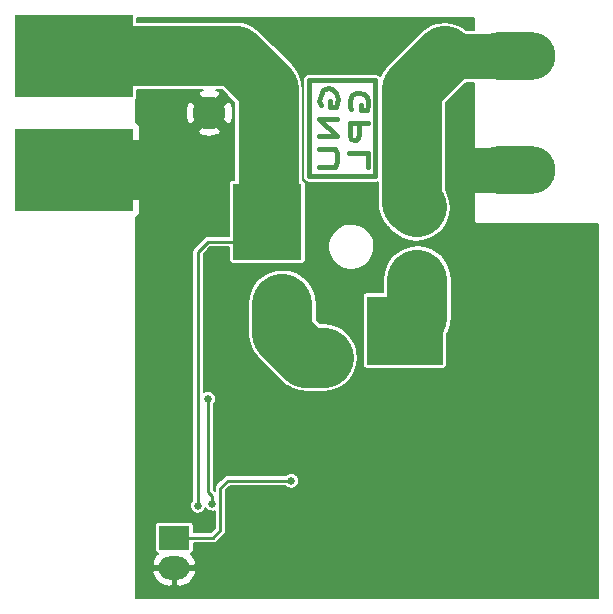
<source format=gbl>
G04 #@! TF.FileFunction,Copper,L2,Bot,Signal*
%FSLAX46Y46*%
G04 Gerber Fmt 4.6, Leading zero omitted, Abs format (unit mm)*
G04 Created by KiCad (PCBNEW 4.0.7-e2-6376~58~ubuntu16.04.1) date Mon Nov  6 12:00:07 2017*
%MOMM*%
%LPD*%
G01*
G04 APERTURE LIST*
%ADD10C,0.100000*%
%ADD11C,0.381000*%
%ADD12R,1.575000X1.960000*%
%ADD13R,6.400000X5.800000*%
%ADD14R,3.050000X2.750000*%
%ADD15R,1.100000X1.200000*%
%ADD16R,5.800000X6.400000*%
%ADD17R,2.750000X3.050000*%
%ADD18R,1.200000X1.100000*%
%ADD19R,10.000000X7.000000*%
%ADD20O,6.850000X4.050000*%
%ADD21R,2.794000X2.794000*%
%ADD22C,2.794000*%
%ADD23R,2.600000X2.000000*%
%ADD24O,2.600000X2.000000*%
%ADD25C,0.635000*%
%ADD26C,3.810000*%
%ADD27C,5.080000*%
%ADD28C,0.254000*%
%ADD29C,0.203200*%
G04 APERTURE END LIST*
D10*
D11*
X151429720Y-92905580D02*
X153029920Y-92905580D01*
X153029920Y-92905580D02*
X153029920Y-94104460D01*
X153029920Y-90406220D02*
X151528780Y-90406220D01*
X151528780Y-90406220D02*
X151528780Y-91305380D01*
X151528780Y-91305380D02*
X151528780Y-91506040D01*
X151528780Y-91506040D02*
X151630380Y-91704160D01*
X151630380Y-91704160D02*
X151831040Y-91805760D01*
X151831040Y-91805760D02*
X152029160Y-91805760D01*
X152029160Y-91805760D02*
X152229820Y-91605100D01*
X152229820Y-91605100D02*
X152328880Y-91305380D01*
X152328880Y-91305380D02*
X152328880Y-90406220D01*
X151630380Y-89204800D02*
X151528780Y-89004140D01*
X151528780Y-89004140D02*
X151528780Y-88503760D01*
X151528780Y-88503760D02*
X151630380Y-88204040D01*
X151630380Y-88204040D02*
X151729440Y-88005920D01*
X151729440Y-88005920D02*
X152029160Y-87805260D01*
X152029160Y-87805260D02*
X152328880Y-87805260D01*
X152328880Y-87805260D02*
X152730200Y-87904320D01*
X152730200Y-87904320D02*
X152930860Y-88204040D01*
X152930860Y-88204040D02*
X153029920Y-88503760D01*
X153029920Y-88503760D02*
X153029920Y-88806020D01*
X153029920Y-88806020D02*
X152930860Y-89303860D01*
X152930860Y-89303860D02*
X152430480Y-89303860D01*
X152430480Y-89303860D02*
X152430480Y-88806020D01*
X148930360Y-92605860D02*
X150230840Y-92605860D01*
X150230840Y-92605860D02*
X150428960Y-92905580D01*
X150428960Y-92905580D02*
X150428960Y-93205300D01*
X150428960Y-93205300D02*
X150428960Y-93604080D01*
X150428960Y-93604080D02*
X150329900Y-93903800D01*
X150329900Y-93903800D02*
X150230840Y-94104460D01*
X150230840Y-94104460D02*
X148930360Y-94104460D01*
X150428960Y-90004900D02*
X148930360Y-90004900D01*
X148930360Y-90004900D02*
X150428960Y-91506040D01*
X150428960Y-91506040D02*
X148930360Y-91506040D01*
X149029420Y-88806020D02*
X148930360Y-88503760D01*
X148930360Y-88503760D02*
X149029420Y-88005920D01*
X149029420Y-88005920D02*
X149230080Y-87604600D01*
X149230080Y-87604600D02*
X149628860Y-87403940D01*
X149628860Y-87403940D02*
X150030180Y-87505540D01*
X150030180Y-87505540D02*
X150329900Y-87805260D01*
X150329900Y-87805260D02*
X150530560Y-88305640D01*
X150530560Y-88305640D02*
X150329900Y-89004140D01*
X150329900Y-89004140D02*
X149829520Y-89004140D01*
X149829520Y-89004140D02*
X149829520Y-88503760D01*
X148082000Y-86741000D02*
X148082000Y-94869000D01*
X148082000Y-94869000D02*
X153670000Y-94869000D01*
X153670000Y-94869000D02*
X153670000Y-86741000D01*
X153670000Y-86741000D02*
X148082000Y-86741000D01*
D12*
X158011000Y-98124000D03*
X156438500Y-98124000D03*
X158013500Y-103044000D03*
X156438500Y-103044000D03*
D13*
X156160000Y-107944000D03*
D14*
X157835000Y-109469000D03*
X154485000Y-106419000D03*
X157835000Y-106419000D03*
X154485000Y-109469000D03*
D15*
X149310000Y-110224000D03*
X150410000Y-110224000D03*
D16*
X144526000Y-98738000D03*
D17*
X146051000Y-97063000D03*
X143001000Y-100413000D03*
X143001000Y-97063000D03*
X146051000Y-100413000D03*
D18*
X146806000Y-104488000D03*
X146806000Y-105588000D03*
D19*
X128130800Y-84683600D03*
X128130800Y-94335600D03*
D20*
X165473000Y-84709000D03*
X165473000Y-94352000D03*
D21*
X144627600Y-89509600D03*
D22*
X139627600Y-89509600D03*
D23*
X136652000Y-125476000D03*
D24*
X136652000Y-128016000D03*
D25*
X138644080Y-122774123D03*
X146558000Y-120650000D03*
X139870420Y-122583529D03*
X139512636Y-113714234D03*
D26*
X165473000Y-84709000D02*
X159546628Y-84709000D01*
D27*
X156768790Y-87486838D02*
X159546628Y-84709000D01*
X156768790Y-97114577D02*
X156768790Y-87486838D01*
X157159526Y-97505313D02*
X156768790Y-97114577D01*
D26*
X165973000Y-94361000D02*
X161800543Y-94361000D01*
D27*
X132130800Y-94335600D02*
X133705600Y-94335600D01*
D28*
X138644080Y-122774123D02*
X138644080Y-101273039D01*
X138644080Y-101273039D02*
X139504119Y-100413000D01*
X139504119Y-100413000D02*
X143001000Y-100413000D01*
D27*
X132130800Y-84683600D02*
X141857403Y-84683600D01*
X141857403Y-84683600D02*
X144627600Y-87453797D01*
X144627600Y-87453797D02*
X144627600Y-89509600D01*
X144627600Y-89509600D02*
X144627600Y-98636400D01*
X157226000Y-106878000D02*
X156160000Y-107944000D01*
X157226000Y-103622549D02*
X157226000Y-106878000D01*
X149310000Y-110224000D02*
X147782238Y-110224000D01*
X147782238Y-110224000D02*
X145796000Y-108237762D01*
X145796000Y-108237762D02*
X145796000Y-105664000D01*
D28*
X146558000Y-120650000D02*
X141176048Y-120650000D01*
X141176048Y-120650000D02*
X140560327Y-121265721D01*
X140560327Y-121265721D02*
X140560327Y-124855681D01*
X140560327Y-124855681D02*
X139933425Y-125482583D01*
X139933425Y-125482583D02*
X136658583Y-125482583D01*
X136658583Y-125482583D02*
X136652000Y-125476000D01*
X139512636Y-113714234D02*
X139512636Y-121609793D01*
X139512636Y-121609793D02*
X139872234Y-121969391D01*
X139872234Y-121969391D02*
X139872234Y-122581715D01*
X139872234Y-122581715D02*
X139870420Y-122583529D01*
D29*
G36*
X162002400Y-82448400D02*
X161335381Y-82448400D01*
X161174197Y-82314106D01*
X160678029Y-82043586D01*
X160138767Y-81874592D01*
X159576950Y-81813559D01*
X159013978Y-81862813D01*
X158471295Y-82020477D01*
X157969571Y-82280546D01*
X157527917Y-82633114D01*
X157499129Y-82661502D01*
X154721292Y-85439340D01*
X154551515Y-85646029D01*
X154379591Y-85850920D01*
X154372257Y-85864260D01*
X154362591Y-85876028D01*
X154236194Y-86111759D01*
X154107342Y-86346140D01*
X154102737Y-86360655D01*
X154095543Y-86374073D01*
X154089157Y-86394962D01*
X154060174Y-86358914D01*
X154058708Y-86357684D01*
X154057497Y-86356199D01*
X154017868Y-86323415D01*
X153978528Y-86290406D01*
X153976851Y-86289484D01*
X153975375Y-86288263D01*
X153930213Y-86263844D01*
X153885132Y-86239060D01*
X153883303Y-86238480D01*
X153881622Y-86237571D01*
X153832561Y-86222384D01*
X153783541Y-86206834D01*
X153781640Y-86206621D01*
X153779809Y-86206054D01*
X153728675Y-86200679D01*
X153677625Y-86194953D01*
X153673950Y-86194927D01*
X153673812Y-86194913D01*
X153673674Y-86194926D01*
X153670000Y-86194900D01*
X148082000Y-86194900D01*
X148030848Y-86199915D01*
X147979671Y-86204573D01*
X147977836Y-86205113D01*
X147975929Y-86205300D01*
X147926672Y-86220171D01*
X147877427Y-86234665D01*
X147875733Y-86235551D01*
X147873897Y-86236105D01*
X147828497Y-86260245D01*
X147782976Y-86284043D01*
X147781483Y-86285243D01*
X147779793Y-86286142D01*
X147739964Y-86318625D01*
X147699914Y-86350826D01*
X147698684Y-86352292D01*
X147697199Y-86353503D01*
X147664415Y-86393132D01*
X147631406Y-86432472D01*
X147630484Y-86434149D01*
X147629263Y-86435625D01*
X147604844Y-86480787D01*
X147580060Y-86525868D01*
X147579480Y-86527697D01*
X147578571Y-86529378D01*
X147563384Y-86578439D01*
X147547834Y-86627459D01*
X147547621Y-86629360D01*
X147547054Y-86631191D01*
X147541679Y-86682325D01*
X147535953Y-86733375D01*
X147535927Y-86737050D01*
X147535913Y-86737188D01*
X147535926Y-86737326D01*
X147535900Y-86741000D01*
X147535900Y-94869000D01*
X147540915Y-94920152D01*
X147545573Y-94971329D01*
X147546113Y-94973164D01*
X147546300Y-94975071D01*
X147561171Y-95024328D01*
X147575665Y-95073573D01*
X147576551Y-95075267D01*
X147577105Y-95077103D01*
X147601245Y-95122503D01*
X147625043Y-95168024D01*
X147626243Y-95169517D01*
X147627142Y-95171207D01*
X147659625Y-95211036D01*
X147691826Y-95251086D01*
X147693292Y-95252316D01*
X147694503Y-95253801D01*
X147734132Y-95286585D01*
X147773472Y-95319594D01*
X147775149Y-95320516D01*
X147776625Y-95321737D01*
X147821787Y-95346156D01*
X147866868Y-95370940D01*
X147868697Y-95371520D01*
X147870378Y-95372429D01*
X147919439Y-95387616D01*
X147968459Y-95403166D01*
X147970360Y-95403379D01*
X147972191Y-95403946D01*
X148023325Y-95409321D01*
X148074375Y-95415047D01*
X148078050Y-95415073D01*
X148078188Y-95415087D01*
X148078326Y-95415074D01*
X148082000Y-95415100D01*
X153670000Y-95415100D01*
X153721152Y-95410085D01*
X153772329Y-95405427D01*
X153774164Y-95404887D01*
X153776071Y-95404700D01*
X153825328Y-95389829D01*
X153873190Y-95375742D01*
X153873190Y-97114577D01*
X153899290Y-97380772D01*
X153922602Y-97647227D01*
X153926850Y-97661850D01*
X153928336Y-97677002D01*
X154005640Y-97933044D01*
X154080267Y-98189910D01*
X154087274Y-98203429D01*
X154091675Y-98218004D01*
X154217255Y-98454187D01*
X154340336Y-98691634D01*
X154349833Y-98703531D01*
X154356983Y-98716978D01*
X154526048Y-98924271D01*
X154692903Y-99133288D01*
X154713799Y-99154476D01*
X154714157Y-99154916D01*
X154714564Y-99155253D01*
X154721292Y-99162075D01*
X155112027Y-99552811D01*
X155548716Y-99911512D01*
X156046760Y-100178560D01*
X156587189Y-100343787D01*
X157149419Y-100400895D01*
X157712032Y-100347712D01*
X158253602Y-100186264D01*
X158753498Y-99922698D01*
X159192680Y-99567055D01*
X159554420Y-99132882D01*
X159824940Y-98636714D01*
X159993934Y-98097452D01*
X160054967Y-97535635D01*
X160005713Y-96972663D01*
X159848049Y-96429980D01*
X159664390Y-96075666D01*
X159664390Y-88686234D01*
X161381025Y-86969600D01*
X162002400Y-86969600D01*
X162002400Y-92303000D01*
X162002506Y-92304081D01*
X162002410Y-92304994D01*
X162010027Y-92388686D01*
X162033755Y-92469306D01*
X162072689Y-92543781D01*
X162109781Y-92589914D01*
X162102294Y-92596819D01*
X161797742Y-93015010D01*
X161580627Y-93484581D01*
X161499035Y-93790024D01*
X161595483Y-94199600D01*
X162331400Y-94199600D01*
X162331400Y-94504400D01*
X161595483Y-94504400D01*
X161499035Y-94913976D01*
X161580627Y-95219419D01*
X161797742Y-95688990D01*
X162097710Y-96100886D01*
X162077706Y-96124725D01*
X162076978Y-96126049D01*
X162076016Y-96127212D01*
X162056759Y-96162828D01*
X162037220Y-96198369D01*
X162036763Y-96199810D01*
X162036046Y-96201136D01*
X162024071Y-96239821D01*
X162011810Y-96278473D01*
X162011642Y-96279973D01*
X162011195Y-96281416D01*
X162006954Y-96321767D01*
X162002442Y-96361988D01*
X162002422Y-96364882D01*
X162002410Y-96364994D01*
X162002420Y-96365106D01*
X162002400Y-96368000D01*
X162002400Y-98526000D01*
X162006348Y-98566268D01*
X162010027Y-98606686D01*
X162010454Y-98608136D01*
X162010601Y-98609637D01*
X162022320Y-98648454D01*
X162033755Y-98687306D01*
X162034453Y-98688641D01*
X162034890Y-98690089D01*
X162053919Y-98725878D01*
X162072689Y-98761781D01*
X162073637Y-98762960D01*
X162074344Y-98764290D01*
X162099911Y-98795638D01*
X162125348Y-98827275D01*
X162126506Y-98828247D01*
X162127459Y-98829415D01*
X162158643Y-98855213D01*
X162189725Y-98881294D01*
X162191049Y-98882022D01*
X162192212Y-98882984D01*
X162227828Y-98902241D01*
X162263369Y-98921780D01*
X162264810Y-98922237D01*
X162266136Y-98922954D01*
X162304821Y-98934929D01*
X162343473Y-98947190D01*
X162344973Y-98947358D01*
X162346416Y-98947805D01*
X162386767Y-98952046D01*
X162426988Y-98956558D01*
X162429882Y-98956578D01*
X162429994Y-98956590D01*
X162430106Y-98956580D01*
X162433000Y-98956600D01*
X172505400Y-98956600D01*
X172505400Y-130595400D01*
X133366600Y-130595400D01*
X133366600Y-128417189D01*
X134793199Y-128417189D01*
X134814555Y-128536902D01*
X134945720Y-128826834D01*
X135130927Y-129085606D01*
X135363059Y-129303273D01*
X135633196Y-129471471D01*
X135930956Y-129583736D01*
X136244896Y-129635754D01*
X136499600Y-129480167D01*
X136499600Y-128168400D01*
X136804400Y-128168400D01*
X136804400Y-129480167D01*
X137059104Y-129635754D01*
X137373044Y-129583736D01*
X137670804Y-129471471D01*
X137940941Y-129303273D01*
X138173073Y-129085606D01*
X138358280Y-128826834D01*
X138489445Y-128536902D01*
X138510801Y-128417189D01*
X138401209Y-128168400D01*
X136804400Y-128168400D01*
X136499600Y-128168400D01*
X134902791Y-128168400D01*
X134793199Y-128417189D01*
X133366600Y-128417189D01*
X133366600Y-98397754D01*
X133419554Y-98375820D01*
X133519398Y-98309107D01*
X133604307Y-98224197D01*
X133671021Y-98124354D01*
X133716973Y-98013413D01*
X133740400Y-97895640D01*
X133740400Y-94640400D01*
X133588000Y-94488000D01*
X129353798Y-94488000D01*
X129364777Y-94367366D01*
X129364504Y-94328339D01*
X129364777Y-94289312D01*
X129364190Y-94283329D01*
X129353666Y-94183200D01*
X133588000Y-94183200D01*
X133740400Y-94030800D01*
X133740400Y-91083241D01*
X138628695Y-91083241D01*
X138795551Y-91346226D01*
X139169847Y-91473260D01*
X139561734Y-91524832D01*
X139956152Y-91498960D01*
X140337943Y-91396638D01*
X140459649Y-91346226D01*
X140626505Y-91083241D01*
X139627600Y-90084336D01*
X138628695Y-91083241D01*
X133740400Y-91083241D01*
X133740400Y-90775560D01*
X133716973Y-90657787D01*
X133671021Y-90546846D01*
X133604307Y-90447003D01*
X133519398Y-90362093D01*
X133419554Y-90295380D01*
X133366600Y-90273446D01*
X133366600Y-89443734D01*
X137612368Y-89443734D01*
X137638240Y-89838152D01*
X137740562Y-90219943D01*
X137790974Y-90341649D01*
X138053959Y-90508505D01*
X139052864Y-89509600D01*
X140202336Y-89509600D01*
X141201241Y-90508505D01*
X141464226Y-90341649D01*
X141591260Y-89967353D01*
X141642832Y-89575466D01*
X141616960Y-89181048D01*
X141514638Y-88799257D01*
X141464226Y-88677551D01*
X141201241Y-88510695D01*
X140202336Y-89509600D01*
X139052864Y-89509600D01*
X138053959Y-88510695D01*
X137790974Y-88677551D01*
X137663940Y-89051847D01*
X137612368Y-89443734D01*
X133366600Y-89443734D01*
X133366600Y-88451885D01*
X133367433Y-88451336D01*
X133432654Y-88374812D01*
X133473973Y-88283147D01*
X133488120Y-88183600D01*
X133488120Y-87579200D01*
X139079052Y-87579200D01*
X138917257Y-87622562D01*
X138795551Y-87672974D01*
X138628695Y-87935959D01*
X139627600Y-88934864D01*
X140626505Y-87935959D01*
X140459649Y-87672974D01*
X140183351Y-87579200D01*
X140658007Y-87579200D01*
X141732000Y-88653194D01*
X141732000Y-95180680D01*
X141626000Y-95180680D01*
X141569372Y-95185196D01*
X141473325Y-95214940D01*
X141389367Y-95270264D01*
X141324146Y-95346788D01*
X141282827Y-95438453D01*
X141268680Y-95538000D01*
X141268680Y-99930400D01*
X139504119Y-99930400D01*
X139459793Y-99934746D01*
X139415344Y-99938635D01*
X139412905Y-99939344D01*
X139410382Y-99939591D01*
X139367706Y-99952476D01*
X139324897Y-99964913D01*
X139322646Y-99966080D01*
X139320214Y-99966814D01*
X139280806Y-99987768D01*
X139241276Y-100008258D01*
X139239295Y-100009839D01*
X139237052Y-100011032D01*
X139202494Y-100039217D01*
X139167667Y-100067019D01*
X139164131Y-100070505D01*
X139164063Y-100070561D01*
X139164011Y-100070624D01*
X139162869Y-100071750D01*
X138302830Y-100931789D01*
X138274535Y-100966236D01*
X138245880Y-101000386D01*
X138244658Y-101002609D01*
X138243047Y-101004570D01*
X138221965Y-101043887D01*
X138200505Y-101082923D01*
X138199739Y-101085339D01*
X138198538Y-101087578D01*
X138185495Y-101130241D01*
X138172026Y-101172701D01*
X138171743Y-101175222D01*
X138171001Y-101177650D01*
X138166496Y-101222005D01*
X138161527Y-101266301D01*
X138161492Y-101271261D01*
X138161483Y-101271354D01*
X138161491Y-101271440D01*
X138161480Y-101273039D01*
X138161480Y-122304585D01*
X138125960Y-122339369D01*
X138051384Y-122448286D01*
X137999383Y-122569613D01*
X137971938Y-122698730D01*
X137970095Y-122830719D01*
X137993924Y-122960552D01*
X138042517Y-123083284D01*
X138114023Y-123194241D01*
X138205720Y-123289195D01*
X138314113Y-123364530D01*
X138435074Y-123417377D01*
X138563997Y-123445722D01*
X138695969Y-123448487D01*
X138825966Y-123425565D01*
X138949034Y-123377830D01*
X139060487Y-123307100D01*
X139156079Y-123216069D01*
X139232169Y-123108204D01*
X139285859Y-122987614D01*
X139297372Y-122936938D01*
X139340363Y-123003647D01*
X139432060Y-123098601D01*
X139540453Y-123173936D01*
X139661414Y-123226783D01*
X139790337Y-123255128D01*
X139922309Y-123257893D01*
X140052306Y-123234971D01*
X140077727Y-123225111D01*
X140077727Y-124655781D01*
X139733525Y-124999983D01*
X138309320Y-124999983D01*
X138309320Y-124476000D01*
X138304804Y-124419372D01*
X138275060Y-124323325D01*
X138219736Y-124239367D01*
X138143212Y-124174146D01*
X138051547Y-124132827D01*
X137952000Y-124118680D01*
X135352000Y-124118680D01*
X135295372Y-124123196D01*
X135199325Y-124152940D01*
X135115367Y-124208264D01*
X135050146Y-124284788D01*
X135008827Y-124376453D01*
X134994680Y-124476000D01*
X134994680Y-126476000D01*
X134999196Y-126532628D01*
X135028940Y-126628675D01*
X135084264Y-126712633D01*
X135160788Y-126777854D01*
X135252453Y-126819173D01*
X135264740Y-126820919D01*
X135130927Y-126946394D01*
X134945720Y-127205166D01*
X134814555Y-127495098D01*
X134793199Y-127614811D01*
X134902791Y-127863600D01*
X136499600Y-127863600D01*
X136499600Y-127843600D01*
X136804400Y-127843600D01*
X136804400Y-127863600D01*
X138401209Y-127863600D01*
X138510801Y-127614811D01*
X138489445Y-127495098D01*
X138358280Y-127205166D01*
X138173073Y-126946394D01*
X138037976Y-126819715D01*
X138104675Y-126799060D01*
X138188633Y-126743736D01*
X138253854Y-126667212D01*
X138295173Y-126575547D01*
X138309320Y-126476000D01*
X138309320Y-125965183D01*
X139933425Y-125965183D01*
X139977751Y-125960837D01*
X140022200Y-125956948D01*
X140024639Y-125956239D01*
X140027162Y-125955992D01*
X140069825Y-125943111D01*
X140112648Y-125930670D01*
X140114900Y-125929503D01*
X140117330Y-125928769D01*
X140156720Y-125907825D01*
X140196268Y-125887325D01*
X140198249Y-125885744D01*
X140200492Y-125884551D01*
X140235050Y-125856366D01*
X140269877Y-125828564D01*
X140273413Y-125825078D01*
X140273481Y-125825022D01*
X140273533Y-125824959D01*
X140274675Y-125823833D01*
X140901577Y-125196931D01*
X140929872Y-125162484D01*
X140958527Y-125128334D01*
X140959749Y-125126111D01*
X140961360Y-125124150D01*
X140982423Y-125084868D01*
X141003902Y-125045797D01*
X141004670Y-125043377D01*
X141005868Y-125041142D01*
X141018902Y-124998512D01*
X141032381Y-124956019D01*
X141032664Y-124953499D01*
X141033406Y-124951071D01*
X141037912Y-124906710D01*
X141042880Y-124862419D01*
X141042915Y-124857459D01*
X141042924Y-124857366D01*
X141042916Y-124857280D01*
X141042927Y-124855681D01*
X141042927Y-121465621D01*
X141375948Y-121132600D01*
X146088282Y-121132600D01*
X146119640Y-121165072D01*
X146228033Y-121240407D01*
X146348994Y-121293254D01*
X146477917Y-121321599D01*
X146609889Y-121324364D01*
X146739886Y-121301442D01*
X146862954Y-121253707D01*
X146974407Y-121182977D01*
X147069999Y-121091946D01*
X147146089Y-120984081D01*
X147199779Y-120863491D01*
X147229024Y-120734770D01*
X147231129Y-120583999D01*
X147205490Y-120454511D01*
X147155188Y-120332470D01*
X147082139Y-120222523D01*
X146989126Y-120128858D01*
X146879692Y-120055044D01*
X146758004Y-120003891D01*
X146628699Y-119977348D01*
X146496700Y-119976427D01*
X146367036Y-120001161D01*
X146244646Y-120050610D01*
X146134192Y-120122889D01*
X146088739Y-120167400D01*
X141176048Y-120167400D01*
X141131722Y-120171746D01*
X141087273Y-120175635D01*
X141084834Y-120176344D01*
X141082311Y-120176591D01*
X141039648Y-120189472D01*
X140996825Y-120201913D01*
X140994573Y-120203080D01*
X140992143Y-120203814D01*
X140952753Y-120224758D01*
X140913205Y-120245258D01*
X140911224Y-120246839D01*
X140908981Y-120248032D01*
X140874423Y-120276217D01*
X140839596Y-120304019D01*
X140836060Y-120307505D01*
X140835992Y-120307561D01*
X140835940Y-120307624D01*
X140834798Y-120308750D01*
X140219077Y-120924471D01*
X140190782Y-120958918D01*
X140162127Y-120993068D01*
X140160905Y-120995291D01*
X140159294Y-120997252D01*
X140138212Y-121036569D01*
X140116752Y-121075605D01*
X140115986Y-121078021D01*
X140114785Y-121080260D01*
X140101742Y-121122923D01*
X140088273Y-121165383D01*
X140087990Y-121167904D01*
X140087248Y-121170332D01*
X140082743Y-121214687D01*
X140077774Y-121258983D01*
X140077739Y-121263943D01*
X140077730Y-121264036D01*
X140077738Y-121264122D01*
X140077727Y-121265721D01*
X140077727Y-121492385D01*
X139995236Y-121409893D01*
X139995236Y-114184176D01*
X140024635Y-114156180D01*
X140100725Y-114048315D01*
X140154415Y-113927725D01*
X140183660Y-113799004D01*
X140185765Y-113648233D01*
X140160126Y-113518745D01*
X140109824Y-113396704D01*
X140036775Y-113286757D01*
X139943762Y-113193092D01*
X139834328Y-113119278D01*
X139712640Y-113068125D01*
X139583335Y-113041582D01*
X139451336Y-113040661D01*
X139321672Y-113065395D01*
X139199282Y-113114844D01*
X139126680Y-113162353D01*
X139126680Y-105664000D01*
X142900400Y-105664000D01*
X142900400Y-108237762D01*
X142926500Y-108503957D01*
X142949812Y-108770412D01*
X142954060Y-108785035D01*
X142955546Y-108800187D01*
X143032850Y-109056229D01*
X143107477Y-109313095D01*
X143114484Y-109326614D01*
X143118885Y-109341189D01*
X143244465Y-109577372D01*
X143367546Y-109814819D01*
X143377043Y-109826716D01*
X143384193Y-109840163D01*
X143553258Y-110047456D01*
X143720113Y-110256473D01*
X143741009Y-110277661D01*
X143741367Y-110278101D01*
X143741774Y-110278438D01*
X143748502Y-110285260D01*
X145734740Y-112271499D01*
X145941459Y-112441300D01*
X146146320Y-112613199D01*
X146159660Y-112620533D01*
X146171428Y-112630199D01*
X146407159Y-112756596D01*
X146641540Y-112885448D01*
X146656055Y-112890053D01*
X146669473Y-112897247D01*
X146925276Y-112975454D01*
X147180209Y-113056324D01*
X147195336Y-113058021D01*
X147209902Y-113062474D01*
X147476062Y-113089510D01*
X147741809Y-113119318D01*
X147771565Y-113119526D01*
X147772131Y-113119583D01*
X147772658Y-113119533D01*
X147782238Y-113119600D01*
X149310000Y-113119600D01*
X149872425Y-113064454D01*
X150413427Y-112901115D01*
X150912401Y-112635807D01*
X151350339Y-112278633D01*
X151710561Y-111843199D01*
X151979347Y-111346090D01*
X152146458Y-110806241D01*
X152205529Y-110244215D01*
X152154311Y-109681419D01*
X151994754Y-109139289D01*
X151732935Y-108638476D01*
X151378827Y-108198055D01*
X150945918Y-107834801D01*
X150450698Y-107562552D01*
X149912029Y-107391676D01*
X149350429Y-107328682D01*
X149310000Y-107328400D01*
X148981635Y-107328400D01*
X148691600Y-107038366D01*
X148691600Y-105664000D01*
X148636454Y-105101575D01*
X148619071Y-105044000D01*
X152602680Y-105044000D01*
X152602680Y-110844000D01*
X152607196Y-110900628D01*
X152636940Y-110996675D01*
X152692264Y-111080633D01*
X152768788Y-111145854D01*
X152860453Y-111187173D01*
X152960000Y-111201320D01*
X159360000Y-111201320D01*
X159416628Y-111196804D01*
X159512675Y-111167060D01*
X159596633Y-111111736D01*
X159661854Y-111035212D01*
X159703173Y-110943547D01*
X159717320Y-110844000D01*
X159717320Y-108330059D01*
X159758596Y-108253079D01*
X159887448Y-108018698D01*
X159892053Y-108004183D01*
X159899247Y-107990765D01*
X159977454Y-107734962D01*
X160058324Y-107480029D01*
X160060021Y-107464902D01*
X160064474Y-107450336D01*
X160091510Y-107184176D01*
X160121318Y-106918429D01*
X160121526Y-106888673D01*
X160121583Y-106888107D01*
X160121533Y-106887580D01*
X160121600Y-106878000D01*
X160121600Y-103622549D01*
X160066454Y-103060124D01*
X159903115Y-102519122D01*
X159637807Y-102020148D01*
X159280633Y-101582210D01*
X158845199Y-101221988D01*
X158348090Y-100953202D01*
X157808241Y-100786091D01*
X157246215Y-100727020D01*
X156683419Y-100778238D01*
X156141289Y-100937795D01*
X155640476Y-101199614D01*
X155200055Y-101553722D01*
X154836801Y-101986631D01*
X154564552Y-102481851D01*
X154393676Y-103020520D01*
X154330682Y-103582120D01*
X154330400Y-103622549D01*
X154330400Y-104686680D01*
X152960000Y-104686680D01*
X152903372Y-104691196D01*
X152807325Y-104720940D01*
X152723367Y-104776264D01*
X152658146Y-104852788D01*
X152616827Y-104944453D01*
X152602680Y-105044000D01*
X148619071Y-105044000D01*
X148473115Y-104560573D01*
X148207807Y-104061599D01*
X147850633Y-103623661D01*
X147415199Y-103263439D01*
X146918090Y-102994653D01*
X146378241Y-102827542D01*
X145816215Y-102768471D01*
X145253419Y-102819689D01*
X144711289Y-102979246D01*
X144210476Y-103241065D01*
X143770055Y-103595173D01*
X143406801Y-104028082D01*
X143134552Y-104523302D01*
X142963676Y-105061971D01*
X142900682Y-105623571D01*
X142900400Y-105664000D01*
X139126680Y-105664000D01*
X139126680Y-101472939D01*
X139704019Y-100895600D01*
X141268680Y-100895600D01*
X141268680Y-101938000D01*
X141273196Y-101994628D01*
X141302940Y-102090675D01*
X141358264Y-102174633D01*
X141434788Y-102239854D01*
X141526453Y-102281173D01*
X141626000Y-102295320D01*
X147426000Y-102295320D01*
X147482628Y-102290804D01*
X147578675Y-102261060D01*
X147662633Y-102205736D01*
X147727854Y-102129212D01*
X147769173Y-102037547D01*
X147783320Y-101938000D01*
X147783320Y-101002432D01*
X149679830Y-101002432D01*
X149749061Y-101379644D01*
X149890242Y-101736226D01*
X150097994Y-102058594D01*
X150364404Y-102334470D01*
X150679326Y-102553346D01*
X151030762Y-102706885D01*
X151405329Y-102789239D01*
X151788758Y-102797270D01*
X152166444Y-102730674D01*
X152524002Y-102591986D01*
X152847813Y-102386490D01*
X153125542Y-102122012D01*
X153346611Y-101808626D01*
X153502600Y-101458270D01*
X153587567Y-101084288D01*
X153593684Y-100646244D01*
X153519192Y-100270035D01*
X153373047Y-99915459D01*
X153160814Y-99596023D01*
X152890578Y-99323894D01*
X152572631Y-99109436D01*
X152219085Y-98960819D01*
X151843405Y-98883703D01*
X151459901Y-98881025D01*
X151083182Y-98952889D01*
X150727595Y-99096555D01*
X150406685Y-99306553D01*
X150132675Y-99574882D01*
X149916003Y-99891324D01*
X149764921Y-100243824D01*
X149685184Y-100618957D01*
X149679830Y-101002432D01*
X147783320Y-101002432D01*
X147783320Y-95538000D01*
X147778804Y-95481372D01*
X147749060Y-95385325D01*
X147693736Y-95301367D01*
X147617212Y-95236146D01*
X147525547Y-95194827D01*
X147523200Y-95194493D01*
X147523200Y-87453797D01*
X147497095Y-87187552D01*
X147473787Y-86921147D01*
X147469540Y-86906529D01*
X147468054Y-86891372D01*
X147390737Y-86635288D01*
X147316123Y-86378464D01*
X147309116Y-86364945D01*
X147304715Y-86350370D01*
X147179135Y-86114187D01*
X147056054Y-85876740D01*
X147046557Y-85864843D01*
X147039407Y-85851396D01*
X146870318Y-85644072D01*
X146703486Y-85435086D01*
X146682589Y-85413895D01*
X146682233Y-85413458D01*
X146681829Y-85413124D01*
X146675098Y-85406298D01*
X143904901Y-82636102D01*
X143698212Y-82466325D01*
X143493321Y-82294401D01*
X143479981Y-82287067D01*
X143468213Y-82277401D01*
X143232482Y-82151004D01*
X142998101Y-82022152D01*
X142983586Y-82017547D01*
X142970168Y-82010353D01*
X142714365Y-81932146D01*
X142459432Y-81851276D01*
X142444305Y-81849579D01*
X142429739Y-81845126D01*
X142163623Y-81818095D01*
X141897832Y-81788282D01*
X141868065Y-81788074D01*
X141867510Y-81788018D01*
X141866993Y-81788067D01*
X141857403Y-81788000D01*
X133488120Y-81788000D01*
X133488120Y-81456600D01*
X162002400Y-81456600D01*
X162002400Y-82448400D01*
X162002400Y-82448400D01*
G37*
X162002400Y-82448400D02*
X161335381Y-82448400D01*
X161174197Y-82314106D01*
X160678029Y-82043586D01*
X160138767Y-81874592D01*
X159576950Y-81813559D01*
X159013978Y-81862813D01*
X158471295Y-82020477D01*
X157969571Y-82280546D01*
X157527917Y-82633114D01*
X157499129Y-82661502D01*
X154721292Y-85439340D01*
X154551515Y-85646029D01*
X154379591Y-85850920D01*
X154372257Y-85864260D01*
X154362591Y-85876028D01*
X154236194Y-86111759D01*
X154107342Y-86346140D01*
X154102737Y-86360655D01*
X154095543Y-86374073D01*
X154089157Y-86394962D01*
X154060174Y-86358914D01*
X154058708Y-86357684D01*
X154057497Y-86356199D01*
X154017868Y-86323415D01*
X153978528Y-86290406D01*
X153976851Y-86289484D01*
X153975375Y-86288263D01*
X153930213Y-86263844D01*
X153885132Y-86239060D01*
X153883303Y-86238480D01*
X153881622Y-86237571D01*
X153832561Y-86222384D01*
X153783541Y-86206834D01*
X153781640Y-86206621D01*
X153779809Y-86206054D01*
X153728675Y-86200679D01*
X153677625Y-86194953D01*
X153673950Y-86194927D01*
X153673812Y-86194913D01*
X153673674Y-86194926D01*
X153670000Y-86194900D01*
X148082000Y-86194900D01*
X148030848Y-86199915D01*
X147979671Y-86204573D01*
X147977836Y-86205113D01*
X147975929Y-86205300D01*
X147926672Y-86220171D01*
X147877427Y-86234665D01*
X147875733Y-86235551D01*
X147873897Y-86236105D01*
X147828497Y-86260245D01*
X147782976Y-86284043D01*
X147781483Y-86285243D01*
X147779793Y-86286142D01*
X147739964Y-86318625D01*
X147699914Y-86350826D01*
X147698684Y-86352292D01*
X147697199Y-86353503D01*
X147664415Y-86393132D01*
X147631406Y-86432472D01*
X147630484Y-86434149D01*
X147629263Y-86435625D01*
X147604844Y-86480787D01*
X147580060Y-86525868D01*
X147579480Y-86527697D01*
X147578571Y-86529378D01*
X147563384Y-86578439D01*
X147547834Y-86627459D01*
X147547621Y-86629360D01*
X147547054Y-86631191D01*
X147541679Y-86682325D01*
X147535953Y-86733375D01*
X147535927Y-86737050D01*
X147535913Y-86737188D01*
X147535926Y-86737326D01*
X147535900Y-86741000D01*
X147535900Y-94869000D01*
X147540915Y-94920152D01*
X147545573Y-94971329D01*
X147546113Y-94973164D01*
X147546300Y-94975071D01*
X147561171Y-95024328D01*
X147575665Y-95073573D01*
X147576551Y-95075267D01*
X147577105Y-95077103D01*
X147601245Y-95122503D01*
X147625043Y-95168024D01*
X147626243Y-95169517D01*
X147627142Y-95171207D01*
X147659625Y-95211036D01*
X147691826Y-95251086D01*
X147693292Y-95252316D01*
X147694503Y-95253801D01*
X147734132Y-95286585D01*
X147773472Y-95319594D01*
X147775149Y-95320516D01*
X147776625Y-95321737D01*
X147821787Y-95346156D01*
X147866868Y-95370940D01*
X147868697Y-95371520D01*
X147870378Y-95372429D01*
X147919439Y-95387616D01*
X147968459Y-95403166D01*
X147970360Y-95403379D01*
X147972191Y-95403946D01*
X148023325Y-95409321D01*
X148074375Y-95415047D01*
X148078050Y-95415073D01*
X148078188Y-95415087D01*
X148078326Y-95415074D01*
X148082000Y-95415100D01*
X153670000Y-95415100D01*
X153721152Y-95410085D01*
X153772329Y-95405427D01*
X153774164Y-95404887D01*
X153776071Y-95404700D01*
X153825328Y-95389829D01*
X153873190Y-95375742D01*
X153873190Y-97114577D01*
X153899290Y-97380772D01*
X153922602Y-97647227D01*
X153926850Y-97661850D01*
X153928336Y-97677002D01*
X154005640Y-97933044D01*
X154080267Y-98189910D01*
X154087274Y-98203429D01*
X154091675Y-98218004D01*
X154217255Y-98454187D01*
X154340336Y-98691634D01*
X154349833Y-98703531D01*
X154356983Y-98716978D01*
X154526048Y-98924271D01*
X154692903Y-99133288D01*
X154713799Y-99154476D01*
X154714157Y-99154916D01*
X154714564Y-99155253D01*
X154721292Y-99162075D01*
X155112027Y-99552811D01*
X155548716Y-99911512D01*
X156046760Y-100178560D01*
X156587189Y-100343787D01*
X157149419Y-100400895D01*
X157712032Y-100347712D01*
X158253602Y-100186264D01*
X158753498Y-99922698D01*
X159192680Y-99567055D01*
X159554420Y-99132882D01*
X159824940Y-98636714D01*
X159993934Y-98097452D01*
X160054967Y-97535635D01*
X160005713Y-96972663D01*
X159848049Y-96429980D01*
X159664390Y-96075666D01*
X159664390Y-88686234D01*
X161381025Y-86969600D01*
X162002400Y-86969600D01*
X162002400Y-92303000D01*
X162002506Y-92304081D01*
X162002410Y-92304994D01*
X162010027Y-92388686D01*
X162033755Y-92469306D01*
X162072689Y-92543781D01*
X162109781Y-92589914D01*
X162102294Y-92596819D01*
X161797742Y-93015010D01*
X161580627Y-93484581D01*
X161499035Y-93790024D01*
X161595483Y-94199600D01*
X162331400Y-94199600D01*
X162331400Y-94504400D01*
X161595483Y-94504400D01*
X161499035Y-94913976D01*
X161580627Y-95219419D01*
X161797742Y-95688990D01*
X162097710Y-96100886D01*
X162077706Y-96124725D01*
X162076978Y-96126049D01*
X162076016Y-96127212D01*
X162056759Y-96162828D01*
X162037220Y-96198369D01*
X162036763Y-96199810D01*
X162036046Y-96201136D01*
X162024071Y-96239821D01*
X162011810Y-96278473D01*
X162011642Y-96279973D01*
X162011195Y-96281416D01*
X162006954Y-96321767D01*
X162002442Y-96361988D01*
X162002422Y-96364882D01*
X162002410Y-96364994D01*
X162002420Y-96365106D01*
X162002400Y-96368000D01*
X162002400Y-98526000D01*
X162006348Y-98566268D01*
X162010027Y-98606686D01*
X162010454Y-98608136D01*
X162010601Y-98609637D01*
X162022320Y-98648454D01*
X162033755Y-98687306D01*
X162034453Y-98688641D01*
X162034890Y-98690089D01*
X162053919Y-98725878D01*
X162072689Y-98761781D01*
X162073637Y-98762960D01*
X162074344Y-98764290D01*
X162099911Y-98795638D01*
X162125348Y-98827275D01*
X162126506Y-98828247D01*
X162127459Y-98829415D01*
X162158643Y-98855213D01*
X162189725Y-98881294D01*
X162191049Y-98882022D01*
X162192212Y-98882984D01*
X162227828Y-98902241D01*
X162263369Y-98921780D01*
X162264810Y-98922237D01*
X162266136Y-98922954D01*
X162304821Y-98934929D01*
X162343473Y-98947190D01*
X162344973Y-98947358D01*
X162346416Y-98947805D01*
X162386767Y-98952046D01*
X162426988Y-98956558D01*
X162429882Y-98956578D01*
X162429994Y-98956590D01*
X162430106Y-98956580D01*
X162433000Y-98956600D01*
X172505400Y-98956600D01*
X172505400Y-130595400D01*
X133366600Y-130595400D01*
X133366600Y-128417189D01*
X134793199Y-128417189D01*
X134814555Y-128536902D01*
X134945720Y-128826834D01*
X135130927Y-129085606D01*
X135363059Y-129303273D01*
X135633196Y-129471471D01*
X135930956Y-129583736D01*
X136244896Y-129635754D01*
X136499600Y-129480167D01*
X136499600Y-128168400D01*
X136804400Y-128168400D01*
X136804400Y-129480167D01*
X137059104Y-129635754D01*
X137373044Y-129583736D01*
X137670804Y-129471471D01*
X137940941Y-129303273D01*
X138173073Y-129085606D01*
X138358280Y-128826834D01*
X138489445Y-128536902D01*
X138510801Y-128417189D01*
X138401209Y-128168400D01*
X136804400Y-128168400D01*
X136499600Y-128168400D01*
X134902791Y-128168400D01*
X134793199Y-128417189D01*
X133366600Y-128417189D01*
X133366600Y-98397754D01*
X133419554Y-98375820D01*
X133519398Y-98309107D01*
X133604307Y-98224197D01*
X133671021Y-98124354D01*
X133716973Y-98013413D01*
X133740400Y-97895640D01*
X133740400Y-94640400D01*
X133588000Y-94488000D01*
X129353798Y-94488000D01*
X129364777Y-94367366D01*
X129364504Y-94328339D01*
X129364777Y-94289312D01*
X129364190Y-94283329D01*
X129353666Y-94183200D01*
X133588000Y-94183200D01*
X133740400Y-94030800D01*
X133740400Y-91083241D01*
X138628695Y-91083241D01*
X138795551Y-91346226D01*
X139169847Y-91473260D01*
X139561734Y-91524832D01*
X139956152Y-91498960D01*
X140337943Y-91396638D01*
X140459649Y-91346226D01*
X140626505Y-91083241D01*
X139627600Y-90084336D01*
X138628695Y-91083241D01*
X133740400Y-91083241D01*
X133740400Y-90775560D01*
X133716973Y-90657787D01*
X133671021Y-90546846D01*
X133604307Y-90447003D01*
X133519398Y-90362093D01*
X133419554Y-90295380D01*
X133366600Y-90273446D01*
X133366600Y-89443734D01*
X137612368Y-89443734D01*
X137638240Y-89838152D01*
X137740562Y-90219943D01*
X137790974Y-90341649D01*
X138053959Y-90508505D01*
X139052864Y-89509600D01*
X140202336Y-89509600D01*
X141201241Y-90508505D01*
X141464226Y-90341649D01*
X141591260Y-89967353D01*
X141642832Y-89575466D01*
X141616960Y-89181048D01*
X141514638Y-88799257D01*
X141464226Y-88677551D01*
X141201241Y-88510695D01*
X140202336Y-89509600D01*
X139052864Y-89509600D01*
X138053959Y-88510695D01*
X137790974Y-88677551D01*
X137663940Y-89051847D01*
X137612368Y-89443734D01*
X133366600Y-89443734D01*
X133366600Y-88451885D01*
X133367433Y-88451336D01*
X133432654Y-88374812D01*
X133473973Y-88283147D01*
X133488120Y-88183600D01*
X133488120Y-87579200D01*
X139079052Y-87579200D01*
X138917257Y-87622562D01*
X138795551Y-87672974D01*
X138628695Y-87935959D01*
X139627600Y-88934864D01*
X140626505Y-87935959D01*
X140459649Y-87672974D01*
X140183351Y-87579200D01*
X140658007Y-87579200D01*
X141732000Y-88653194D01*
X141732000Y-95180680D01*
X141626000Y-95180680D01*
X141569372Y-95185196D01*
X141473325Y-95214940D01*
X141389367Y-95270264D01*
X141324146Y-95346788D01*
X141282827Y-95438453D01*
X141268680Y-95538000D01*
X141268680Y-99930400D01*
X139504119Y-99930400D01*
X139459793Y-99934746D01*
X139415344Y-99938635D01*
X139412905Y-99939344D01*
X139410382Y-99939591D01*
X139367706Y-99952476D01*
X139324897Y-99964913D01*
X139322646Y-99966080D01*
X139320214Y-99966814D01*
X139280806Y-99987768D01*
X139241276Y-100008258D01*
X139239295Y-100009839D01*
X139237052Y-100011032D01*
X139202494Y-100039217D01*
X139167667Y-100067019D01*
X139164131Y-100070505D01*
X139164063Y-100070561D01*
X139164011Y-100070624D01*
X139162869Y-100071750D01*
X138302830Y-100931789D01*
X138274535Y-100966236D01*
X138245880Y-101000386D01*
X138244658Y-101002609D01*
X138243047Y-101004570D01*
X138221965Y-101043887D01*
X138200505Y-101082923D01*
X138199739Y-101085339D01*
X138198538Y-101087578D01*
X138185495Y-101130241D01*
X138172026Y-101172701D01*
X138171743Y-101175222D01*
X138171001Y-101177650D01*
X138166496Y-101222005D01*
X138161527Y-101266301D01*
X138161492Y-101271261D01*
X138161483Y-101271354D01*
X138161491Y-101271440D01*
X138161480Y-101273039D01*
X138161480Y-122304585D01*
X138125960Y-122339369D01*
X138051384Y-122448286D01*
X137999383Y-122569613D01*
X137971938Y-122698730D01*
X137970095Y-122830719D01*
X137993924Y-122960552D01*
X138042517Y-123083284D01*
X138114023Y-123194241D01*
X138205720Y-123289195D01*
X138314113Y-123364530D01*
X138435074Y-123417377D01*
X138563997Y-123445722D01*
X138695969Y-123448487D01*
X138825966Y-123425565D01*
X138949034Y-123377830D01*
X139060487Y-123307100D01*
X139156079Y-123216069D01*
X139232169Y-123108204D01*
X139285859Y-122987614D01*
X139297372Y-122936938D01*
X139340363Y-123003647D01*
X139432060Y-123098601D01*
X139540453Y-123173936D01*
X139661414Y-123226783D01*
X139790337Y-123255128D01*
X139922309Y-123257893D01*
X140052306Y-123234971D01*
X140077727Y-123225111D01*
X140077727Y-124655781D01*
X139733525Y-124999983D01*
X138309320Y-124999983D01*
X138309320Y-124476000D01*
X138304804Y-124419372D01*
X138275060Y-124323325D01*
X138219736Y-124239367D01*
X138143212Y-124174146D01*
X138051547Y-124132827D01*
X137952000Y-124118680D01*
X135352000Y-124118680D01*
X135295372Y-124123196D01*
X135199325Y-124152940D01*
X135115367Y-124208264D01*
X135050146Y-124284788D01*
X135008827Y-124376453D01*
X134994680Y-124476000D01*
X134994680Y-126476000D01*
X134999196Y-126532628D01*
X135028940Y-126628675D01*
X135084264Y-126712633D01*
X135160788Y-126777854D01*
X135252453Y-126819173D01*
X135264740Y-126820919D01*
X135130927Y-126946394D01*
X134945720Y-127205166D01*
X134814555Y-127495098D01*
X134793199Y-127614811D01*
X134902791Y-127863600D01*
X136499600Y-127863600D01*
X136499600Y-127843600D01*
X136804400Y-127843600D01*
X136804400Y-127863600D01*
X138401209Y-127863600D01*
X138510801Y-127614811D01*
X138489445Y-127495098D01*
X138358280Y-127205166D01*
X138173073Y-126946394D01*
X138037976Y-126819715D01*
X138104675Y-126799060D01*
X138188633Y-126743736D01*
X138253854Y-126667212D01*
X138295173Y-126575547D01*
X138309320Y-126476000D01*
X138309320Y-125965183D01*
X139933425Y-125965183D01*
X139977751Y-125960837D01*
X140022200Y-125956948D01*
X140024639Y-125956239D01*
X140027162Y-125955992D01*
X140069825Y-125943111D01*
X140112648Y-125930670D01*
X140114900Y-125929503D01*
X140117330Y-125928769D01*
X140156720Y-125907825D01*
X140196268Y-125887325D01*
X140198249Y-125885744D01*
X140200492Y-125884551D01*
X140235050Y-125856366D01*
X140269877Y-125828564D01*
X140273413Y-125825078D01*
X140273481Y-125825022D01*
X140273533Y-125824959D01*
X140274675Y-125823833D01*
X140901577Y-125196931D01*
X140929872Y-125162484D01*
X140958527Y-125128334D01*
X140959749Y-125126111D01*
X140961360Y-125124150D01*
X140982423Y-125084868D01*
X141003902Y-125045797D01*
X141004670Y-125043377D01*
X141005868Y-125041142D01*
X141018902Y-124998512D01*
X141032381Y-124956019D01*
X141032664Y-124953499D01*
X141033406Y-124951071D01*
X141037912Y-124906710D01*
X141042880Y-124862419D01*
X141042915Y-124857459D01*
X141042924Y-124857366D01*
X141042916Y-124857280D01*
X141042927Y-124855681D01*
X141042927Y-121465621D01*
X141375948Y-121132600D01*
X146088282Y-121132600D01*
X146119640Y-121165072D01*
X146228033Y-121240407D01*
X146348994Y-121293254D01*
X146477917Y-121321599D01*
X146609889Y-121324364D01*
X146739886Y-121301442D01*
X146862954Y-121253707D01*
X146974407Y-121182977D01*
X147069999Y-121091946D01*
X147146089Y-120984081D01*
X147199779Y-120863491D01*
X147229024Y-120734770D01*
X147231129Y-120583999D01*
X147205490Y-120454511D01*
X147155188Y-120332470D01*
X147082139Y-120222523D01*
X146989126Y-120128858D01*
X146879692Y-120055044D01*
X146758004Y-120003891D01*
X146628699Y-119977348D01*
X146496700Y-119976427D01*
X146367036Y-120001161D01*
X146244646Y-120050610D01*
X146134192Y-120122889D01*
X146088739Y-120167400D01*
X141176048Y-120167400D01*
X141131722Y-120171746D01*
X141087273Y-120175635D01*
X141084834Y-120176344D01*
X141082311Y-120176591D01*
X141039648Y-120189472D01*
X140996825Y-120201913D01*
X140994573Y-120203080D01*
X140992143Y-120203814D01*
X140952753Y-120224758D01*
X140913205Y-120245258D01*
X140911224Y-120246839D01*
X140908981Y-120248032D01*
X140874423Y-120276217D01*
X140839596Y-120304019D01*
X140836060Y-120307505D01*
X140835992Y-120307561D01*
X140835940Y-120307624D01*
X140834798Y-120308750D01*
X140219077Y-120924471D01*
X140190782Y-120958918D01*
X140162127Y-120993068D01*
X140160905Y-120995291D01*
X140159294Y-120997252D01*
X140138212Y-121036569D01*
X140116752Y-121075605D01*
X140115986Y-121078021D01*
X140114785Y-121080260D01*
X140101742Y-121122923D01*
X140088273Y-121165383D01*
X140087990Y-121167904D01*
X140087248Y-121170332D01*
X140082743Y-121214687D01*
X140077774Y-121258983D01*
X140077739Y-121263943D01*
X140077730Y-121264036D01*
X140077738Y-121264122D01*
X140077727Y-121265721D01*
X140077727Y-121492385D01*
X139995236Y-121409893D01*
X139995236Y-114184176D01*
X140024635Y-114156180D01*
X140100725Y-114048315D01*
X140154415Y-113927725D01*
X140183660Y-113799004D01*
X140185765Y-113648233D01*
X140160126Y-113518745D01*
X140109824Y-113396704D01*
X140036775Y-113286757D01*
X139943762Y-113193092D01*
X139834328Y-113119278D01*
X139712640Y-113068125D01*
X139583335Y-113041582D01*
X139451336Y-113040661D01*
X139321672Y-113065395D01*
X139199282Y-113114844D01*
X139126680Y-113162353D01*
X139126680Y-105664000D01*
X142900400Y-105664000D01*
X142900400Y-108237762D01*
X142926500Y-108503957D01*
X142949812Y-108770412D01*
X142954060Y-108785035D01*
X142955546Y-108800187D01*
X143032850Y-109056229D01*
X143107477Y-109313095D01*
X143114484Y-109326614D01*
X143118885Y-109341189D01*
X143244465Y-109577372D01*
X143367546Y-109814819D01*
X143377043Y-109826716D01*
X143384193Y-109840163D01*
X143553258Y-110047456D01*
X143720113Y-110256473D01*
X143741009Y-110277661D01*
X143741367Y-110278101D01*
X143741774Y-110278438D01*
X143748502Y-110285260D01*
X145734740Y-112271499D01*
X145941459Y-112441300D01*
X146146320Y-112613199D01*
X146159660Y-112620533D01*
X146171428Y-112630199D01*
X146407159Y-112756596D01*
X146641540Y-112885448D01*
X146656055Y-112890053D01*
X146669473Y-112897247D01*
X146925276Y-112975454D01*
X147180209Y-113056324D01*
X147195336Y-113058021D01*
X147209902Y-113062474D01*
X147476062Y-113089510D01*
X147741809Y-113119318D01*
X147771565Y-113119526D01*
X147772131Y-113119583D01*
X147772658Y-113119533D01*
X147782238Y-113119600D01*
X149310000Y-113119600D01*
X149872425Y-113064454D01*
X150413427Y-112901115D01*
X150912401Y-112635807D01*
X151350339Y-112278633D01*
X151710561Y-111843199D01*
X151979347Y-111346090D01*
X152146458Y-110806241D01*
X152205529Y-110244215D01*
X152154311Y-109681419D01*
X151994754Y-109139289D01*
X151732935Y-108638476D01*
X151378827Y-108198055D01*
X150945918Y-107834801D01*
X150450698Y-107562552D01*
X149912029Y-107391676D01*
X149350429Y-107328682D01*
X149310000Y-107328400D01*
X148981635Y-107328400D01*
X148691600Y-107038366D01*
X148691600Y-105664000D01*
X148636454Y-105101575D01*
X148619071Y-105044000D01*
X152602680Y-105044000D01*
X152602680Y-110844000D01*
X152607196Y-110900628D01*
X152636940Y-110996675D01*
X152692264Y-111080633D01*
X152768788Y-111145854D01*
X152860453Y-111187173D01*
X152960000Y-111201320D01*
X159360000Y-111201320D01*
X159416628Y-111196804D01*
X159512675Y-111167060D01*
X159596633Y-111111736D01*
X159661854Y-111035212D01*
X159703173Y-110943547D01*
X159717320Y-110844000D01*
X159717320Y-108330059D01*
X159758596Y-108253079D01*
X159887448Y-108018698D01*
X159892053Y-108004183D01*
X159899247Y-107990765D01*
X159977454Y-107734962D01*
X160058324Y-107480029D01*
X160060021Y-107464902D01*
X160064474Y-107450336D01*
X160091510Y-107184176D01*
X160121318Y-106918429D01*
X160121526Y-106888673D01*
X160121583Y-106888107D01*
X160121533Y-106887580D01*
X160121600Y-106878000D01*
X160121600Y-103622549D01*
X160066454Y-103060124D01*
X159903115Y-102519122D01*
X159637807Y-102020148D01*
X159280633Y-101582210D01*
X158845199Y-101221988D01*
X158348090Y-100953202D01*
X157808241Y-100786091D01*
X157246215Y-100727020D01*
X156683419Y-100778238D01*
X156141289Y-100937795D01*
X155640476Y-101199614D01*
X155200055Y-101553722D01*
X154836801Y-101986631D01*
X154564552Y-102481851D01*
X154393676Y-103020520D01*
X154330682Y-103582120D01*
X154330400Y-103622549D01*
X154330400Y-104686680D01*
X152960000Y-104686680D01*
X152903372Y-104691196D01*
X152807325Y-104720940D01*
X152723367Y-104776264D01*
X152658146Y-104852788D01*
X152616827Y-104944453D01*
X152602680Y-105044000D01*
X148619071Y-105044000D01*
X148473115Y-104560573D01*
X148207807Y-104061599D01*
X147850633Y-103623661D01*
X147415199Y-103263439D01*
X146918090Y-102994653D01*
X146378241Y-102827542D01*
X145816215Y-102768471D01*
X145253419Y-102819689D01*
X144711289Y-102979246D01*
X144210476Y-103241065D01*
X143770055Y-103595173D01*
X143406801Y-104028082D01*
X143134552Y-104523302D01*
X142963676Y-105061971D01*
X142900682Y-105623571D01*
X142900400Y-105664000D01*
X139126680Y-105664000D01*
X139126680Y-101472939D01*
X139704019Y-100895600D01*
X141268680Y-100895600D01*
X141268680Y-101938000D01*
X141273196Y-101994628D01*
X141302940Y-102090675D01*
X141358264Y-102174633D01*
X141434788Y-102239854D01*
X141526453Y-102281173D01*
X141626000Y-102295320D01*
X147426000Y-102295320D01*
X147482628Y-102290804D01*
X147578675Y-102261060D01*
X147662633Y-102205736D01*
X147727854Y-102129212D01*
X147769173Y-102037547D01*
X147783320Y-101938000D01*
X147783320Y-101002432D01*
X149679830Y-101002432D01*
X149749061Y-101379644D01*
X149890242Y-101736226D01*
X150097994Y-102058594D01*
X150364404Y-102334470D01*
X150679326Y-102553346D01*
X151030762Y-102706885D01*
X151405329Y-102789239D01*
X151788758Y-102797270D01*
X152166444Y-102730674D01*
X152524002Y-102591986D01*
X152847813Y-102386490D01*
X153125542Y-102122012D01*
X153346611Y-101808626D01*
X153502600Y-101458270D01*
X153587567Y-101084288D01*
X153593684Y-100646244D01*
X153519192Y-100270035D01*
X153373047Y-99915459D01*
X153160814Y-99596023D01*
X152890578Y-99323894D01*
X152572631Y-99109436D01*
X152219085Y-98960819D01*
X151843405Y-98883703D01*
X151459901Y-98881025D01*
X151083182Y-98952889D01*
X150727595Y-99096555D01*
X150406685Y-99306553D01*
X150132675Y-99574882D01*
X149916003Y-99891324D01*
X149764921Y-100243824D01*
X149685184Y-100618957D01*
X149679830Y-101002432D01*
X147783320Y-101002432D01*
X147783320Y-95538000D01*
X147778804Y-95481372D01*
X147749060Y-95385325D01*
X147693736Y-95301367D01*
X147617212Y-95236146D01*
X147525547Y-95194827D01*
X147523200Y-95194493D01*
X147523200Y-87453797D01*
X147497095Y-87187552D01*
X147473787Y-86921147D01*
X147469540Y-86906529D01*
X147468054Y-86891372D01*
X147390737Y-86635288D01*
X147316123Y-86378464D01*
X147309116Y-86364945D01*
X147304715Y-86350370D01*
X147179135Y-86114187D01*
X147056054Y-85876740D01*
X147046557Y-85864843D01*
X147039407Y-85851396D01*
X146870318Y-85644072D01*
X146703486Y-85435086D01*
X146682589Y-85413895D01*
X146682233Y-85413458D01*
X146681829Y-85413124D01*
X146675098Y-85406298D01*
X143904901Y-82636102D01*
X143698212Y-82466325D01*
X143493321Y-82294401D01*
X143479981Y-82287067D01*
X143468213Y-82277401D01*
X143232482Y-82151004D01*
X142998101Y-82022152D01*
X142983586Y-82017547D01*
X142970168Y-82010353D01*
X142714365Y-81932146D01*
X142459432Y-81851276D01*
X142444305Y-81849579D01*
X142429739Y-81845126D01*
X142163623Y-81818095D01*
X141897832Y-81788282D01*
X141868065Y-81788074D01*
X141867510Y-81788018D01*
X141866993Y-81788067D01*
X141857403Y-81788000D01*
X133488120Y-81788000D01*
X133488120Y-81456600D01*
X162002400Y-81456600D01*
X162002400Y-82448400D01*
M02*

</source>
